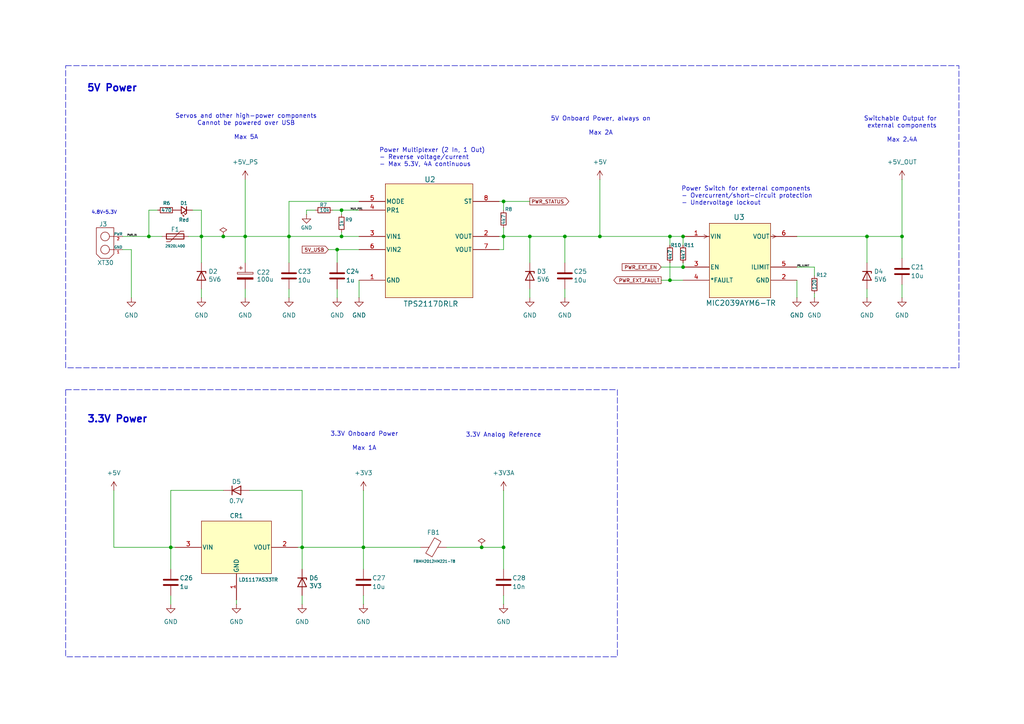
<source format=kicad_sch>
(kicad_sch (version 20231120) (generator "eeschema") (generator_version "8.0")
  (paper "A4")
  (title_block (title "LARS Hardware Interface") (date "2025-03-04") (rev "v1.0") (company "CAuDri e.V.") (comment 1 "Source: https://ohwr.org/cern_ohl_w_v2.txt") (comment 2 "A copy of the license is included in the LICENSE file.") (comment 3 "Redistribution and modifications must comply with CERN-OHL-W v2.") (comment 4 "This design is licensed under CERN Open Hardware Licence Version 2."))
  (lib_symbols
    (symbol "Device:FerriteBead" (pin_numbers hide) (pin_names (offset 0))
      (property "Reference" "FB" (at -3.81 0.635 90))
      (property "Value" "FerriteBead" (at 3.81 0 90))
      (symbol "FerriteBead_0_1"
        (polyline (pts (xy 0 -1.27) (xy 0 -1.2192)))
        (polyline (pts (xy 0 1.27) (xy 0 1.2954)))
        (polyline (pts (xy -2.7686 0.4064) (xy -1.7018 2.2606) (xy 2.7686 -0.3048) (xy 1.6764 -2.159) (xy -2.7686 0.4064)))
      )
      (symbol "FerriteBead_1_1"
        (pin passive line (at 0 3.81 270) (length 2.54) (name "~") (number "1"))
        (pin passive line (at 0 -3.81 90) (length 2.54) (name "~") (number "2"))
      )
    )
    (symbol "LARS_Hardware_Interface:C" (pin_numbers hide) (pin_names (offset 0.254))
      (property "Reference" "C" (at 0.635 2.54 0))
      (property "Value" "C" (at 0.635 -2.54 0))
      (symbol "C_0_1"
        (polyline (pts (xy -2.032 -0.762) (xy 2.032 -0.762)) (stroke (width 0.508)))
        (polyline (pts (xy -2.032 0.762) (xy 2.032 0.762)) (stroke (width 0.508)))
      )
      (symbol "C_1_1"
        (pin passive line (at 0 3.81 270) (length 2.794) (name "~") (number "1"))
        (pin passive line (at 0 -3.81 90) (length 2.794) (name "~") (number "2"))
      )
    )
    (symbol "LARS_Hardware_Interface:C_Polarized" (pin_numbers hide) (pin_names (offset 0.254))
      (property "Reference" "C" (at 0.635 2.54 0))
      (property "Value" "C_Polarized" (at 0.635 -2.54 0))
      (symbol "C_Polarized_0_1"
        (rectangle (start -2.286 0.508) (end 2.286 1.016))
        (polyline (pts (xy -1.778 2.286) (xy -0.762 2.286)))
        (polyline (pts (xy -1.27 2.794) (xy -1.27 1.778)))
        (rectangle (start 2.286 -0.508) (end -2.286 -1.016) (fill (type outline)))
      )
      (symbol "C_Polarized_1_1"
        (pin passive line (at 0 3.81 270) (length 2.794) (name "~") (number "1"))
        (pin passive line (at 0 -3.81 90) (length 2.794) (name "~") (number "2"))
      )
    )
    (symbol "LARS_Hardware_Interface:Connector XT30" (pin_names (offset 0))
      (property "Reference" "J" (at 0 7.874 0))
      (property "Value" "XT30" (at 0.254 -4.064 0))
      (symbol "Connector XT30_0_1"
        (polyline (pts (xy 2.54 0) (xy 1.27 0)))
        (polyline (pts (xy 2.54 3.81) (xy 1.27 3.81)))
        (polyline (pts (xy -2.54 -1.27) (xy -1.27 -2.54) (xy 1.27 -2.54) (xy 2.54 -1.27) (xy 2.54 6.35) (xy -2.54 6.35) (xy -2.54 -1.27)))
        (circle (center 0 0) (radius 1.27))
        (circle (center 0 3.81) (radius 1.27))
      )
      (symbol "Connector XT30_1_1"
        (pin power_out line (at 5.08 0 180) (length 2.54) (name "GND") (number "1"))
        (pin power_out line (at 5.08 3.81 180) (length 2.54) (name "PWR") (number "2"))
      )
    )
    (symbol "LARS_Hardware_Interface:D" (pin_numbers hide) (pin_names (offset 1.016) hide)
      (property "Reference" "D" (at 0 2.54 0))
      (property "Value" "D" (at 0 -2.54 0))
      (symbol "D_0_1"
        (polyline (pts (xy -1.27 1.27) (xy -1.27 -1.27)) (stroke (width 0.254)))
        (polyline (pts (xy 1.27 0) (xy -1.27 0)))
        (polyline (pts (xy 1.27 1.27) (xy 1.27 -1.27) (xy -1.27 0) (xy 1.27 1.27)) (stroke (width 0.254)))
      )
      (symbol "D_1_1"
        (pin passive line (at -3.81 0 0) (length 2.54) (name "K") (number "1"))
        (pin passive line (at 3.81 0 180) (length 2.54) (name "A") (number "2"))
      )
    )
    (symbol "LARS_Hardware_Interface:D_Zener" (pin_numbers hide) (pin_names (offset 1.016) hide)
      (property "Reference" "D" (at 0 2.54 0))
      (property "Value" "D_Zener" (at 0 -2.54 0))
      (symbol "D_Zener_0_1"
        (polyline (pts (xy 1.27 0) (xy -1.27 0)))
        (polyline (pts (xy -1.27 -1.27) (xy -1.27 1.27) (xy -0.762 1.27)) (stroke (width 0.254)))
        (polyline (pts (xy 1.27 -1.27) (xy 1.27 1.27) (xy -1.27 0) (xy 1.27 -1.27)) (stroke (width 0.254)))
      )
      (symbol "D_Zener_1_1"
        (pin passive line (at -3.81 0 0) (length 2.54) (name "K") (number "1"))
        (pin passive line (at 3.81 0 180) (length 2.54) (name "A") (number "2"))
      )
    )
    (symbol "LARS_Hardware_Interface:LD1117AS33TR" (pin_names (offset 0.254))
      (property "Reference" "CR" (at 0 11.684 0))
      (property "Value" "LD1117AS33TR" (at 0 9.144 0))
      (symbol "LD1117AS33TR_0_1"
        (pin power_in line (at -17.78 0 0) (length 7.62) (name "VIN") (number "3"))
      )
      (symbol "LD1117AS33TR_1_1"
        (rectangle (start -10.16 7.62) (end 10.16 -7.62) (fill (type background)))
        (pin power_in line (at 0 -15.24 90) (length 7.62) (name "GND") (number "1"))
        (pin power_out line (at 17.78 0 180) (length 7.62) (name "VOUT") (number "2"))
      )
    )
    (symbol "LARS_Hardware_Interface:LED_Small" (pin_numbers hide) (pin_names (offset 0.254) hide)
      (property "Reference" "D" (at -1.27 3.175 0))
      (property "Value" "LED_Small" (at -4.445 -2.54 0))
      (symbol "LED_Small_0_1"
        (polyline (pts (xy -0.762 -1.016) (xy -0.762 1.016)) (stroke (width 0.254)))
        (polyline (pts (xy 0.762 -1.016) (xy -0.762 0) (xy 0.762 1.016) (xy 0.762 -1.016)) (stroke (width 0.254)))
        (polyline (pts (xy 0 0.762) (xy -0.508 1.27) (xy -0.254 1.27) (xy -0.508 1.27) (xy -0.508 1.016)))
        (polyline (pts (xy 0.508 1.27) (xy 0 1.778) (xy 0.254 1.778) (xy 0 1.778) (xy 0 1.524)))
      )
      (symbol "LED_Small_1_1"
        (pin passive line (at -2.54 0 0) (length 1.778) (name "K") (number "1"))
        (pin passive line (at 2.54 0 180) (length 1.778) (name "A") (number "2"))
      )
    )
    (symbol "LARS_Hardware_Interface:MIC2039AYM6-TR" (pin_names (offset 0.254))
      (property "Reference" "U" (at 0 11.43 0))
      (property "Value" "MIC2039AYM6-TR" (at 0.254 -13.208 0))
      (symbol "MIC2039AYM6-TR_0_1"
        (polyline (pts (xy -9.4107 6.35) (xy -10.4521 5.8293)) (stroke (width 0.127)))
        (polyline (pts (xy -9.4107 6.35) (xy -10.4521 6.8707)) (stroke (width 0.127)))
        (polyline (pts (xy 9.4107 5.8293) (xy 10.4521 6.35)) (stroke (width 0.127)))
        (polyline (pts (xy 9.4107 6.8707) (xy 10.4521 6.35)) (stroke (width 0.127)))
        (pin power_in line (at 16.51 -6.35 180) (length 7.62) (name "GND") (number "2"))
        (pin input line (at -16.51 -2.54 0) (length 7.62) (name "EN") (number "3"))
        (pin output line (at -16.51 -6.35 0) (length 7.62) (name "*FAULT") (number "4"))
      )
      (symbol "MIC2039AYM6-TR_1_1"
        (rectangle (start -8.89 10.16) (end 8.89 -11.43) (fill (type background)))
        (pin power_in line (at -16.51 6.35 0) (length 7.62) (name "VIN") (number "1"))
        (pin passive line (at 16.51 -2.54 180) (length 7.62) (name "ILIMIT") (number "5"))
        (pin power_out line (at 16.51 6.35 180) (length 7.62) (name "VOUT") (number "6"))
      )
    )
    (symbol "LARS_Hardware_Interface:PTPS2117DRLR" (pin_names (offset 0.254))
      (property "Reference" "U" (at 20.32 10.16 0))
      (property "Value" "PTPS2117DRLR" (at 20.32 7.62 0))
      (symbol "PTPS2117DRLR_0_1"
        (pin input line (at 0 -2.54 0) (length 7.62) (name "PR1") (number "4"))
        (pin input line (at 0 0 0) (length 7.62) (name "MODE") (number "5"))
        (pin output line (at 40.64 0 180) (length 7.62) (name "ST") (number "8"))
      )
      (symbol "PTPS2117DRLR_1_1"
        (rectangle (start 7.62 5.08) (end 33.02 -27.94) (fill (type background)))
        (pin power_in line (at 0 -22.86 0) (length 7.62) (name "GND") (number "1"))
        (pin power_out line (at 40.64 -10.16 180) (length 7.62) (name "VOUT") (number "2"))
        (pin power_in line (at 0 -10.16 0) (length 7.62) (name "VIN1") (number "3"))
        (pin power_in line (at 0 -13.97 0) (length 7.62) (name "VIN2") (number "6"))
        (pin passive line (at 40.64 -13.97 180) (length 7.62) (name "VOUT") (number "7"))
      )
    )
    (symbol "LARS_Hardware_Interface:Polyfuse" (pin_numbers hide) (pin_names (offset 0))
      (property "Reference" "F" (at -2.54 0 90))
      (property "Value" "Polyfuse" (at 2.54 0 90))
      (symbol "Polyfuse_0_1"
        (rectangle (start -0.762 2.54) (end 0.762 -2.54) (stroke (width 0.254)))
        (polyline (pts (xy 0 2.54) (xy 0 -2.54)))
        (polyline (pts (xy -1.524 2.54) (xy -1.524 1.524) (xy 1.524 -1.524) (xy 1.524 -2.54)))
      )
      (symbol "Polyfuse_1_1"
        (pin passive line (at 0 3.81 270) (length 1.27) (name "~") (number "1"))
        (pin passive line (at 0 -3.81 90) (length 1.27) (name "~") (number "2"))
      )
    )
    (symbol "LARS_Hardware_Interface:R_Small" (pin_numbers hide) (pin_names (offset 0.254) hide)
      (property "Reference" "R" (at 0.762 0.508 0))
      (property "Value" "R_Small" (at 0.762 -1.016 0))
      (symbol "R_Small_0_1"
        (rectangle (start -0.762 1.778) (end 0.762 -1.778) (stroke (width 0.2032)))
      )
      (symbol "R_Small_1_1"
        (pin passive line (at 0 2.54 270) (length 0.762) (name "~") (number "1"))
        (pin passive line (at 0 -2.54 90) (length 0.762) (name "~") (number "2"))
      )
    )
    (symbol "power:+3.3VA" (power) (pin_numbers hide) (pin_names (offset 0) hide)
      (property "Value" "+3.3VA" (at 0 3.556 0))
      (symbol "+3.3VA_0_1"
        (polyline (pts (xy -0.762 1.27) (xy 0 2.54)))
        (polyline (pts (xy 0 0) (xy 0 2.54)))
        (polyline (pts (xy 0 2.54) (xy 0.762 1.27)))
      )
      (symbol "+3.3VA_1_1"
        (pin power_in line (at 0 0 90) (length 0) (name "~") (number "1"))
      )
    )
    (symbol "power:+5V" (power) (pin_numbers hide) (pin_names (offset 0) hide)
      (property "Value" "+5V" (at 0 3.556 0))
      (symbol "+5V_0_1"
        (polyline (pts (xy -0.762 1.27) (xy 0 2.54)))
        (polyline (pts (xy 0 0) (xy 0 2.54)))
        (polyline (pts (xy 0 2.54) (xy 0.762 1.27)))
      )
      (symbol "+5V_1_1"
        (pin power_in line (at 0 0 90) (length 0) (name "~") (number "1"))
      )
    )
    (symbol "power:GND" (power) (pin_numbers hide) (pin_names (offset 0) hide)
      (property "Value" "GND" (at 0 -3.81 0))
      (symbol "GND_0_1"
        (polyline (pts (xy 0 0) (xy 0 -1.27) (xy 1.27 -1.27) (xy 0 -2.54) (xy -1.27 -1.27) (xy 0 -1.27)))
      )
      (symbol "GND_1_1"
        (pin power_in line (at 0 0 270) (length 0) (name "~") (number "1"))
      )
    )
    (symbol "power:PWR_FLAG" (power) (pin_numbers hide) (pin_names (offset 0) hide)
      (property "Value" "PWR_FLAG" (at 0 3.81 0))
      (symbol "PWR_FLAG_0_0"
        (pin power_out line (at 0 0 90) (length 0) (name "~") (number "1"))
      )
      (symbol "PWR_FLAG_0_1"
        (polyline (pts (xy 0 0) (xy 0 1.27) (xy -1.016 1.905) (xy 0 2.54) (xy 1.016 1.905) (xy 0 1.27)))
      )
    )
    (symbol "power:VD" (power) (pin_numbers hide) (pin_names (offset 0) hide)
      (property "Value" "VD" (at 0 3.556 0))
      (symbol "VD_0_1"
        (polyline (pts (xy -0.762 1.27) (xy 0 2.54)))
        (polyline (pts (xy 0 0) (xy 0 2.54)))
        (polyline (pts (xy 0 2.54) (xy 0.762 1.27)))
      )
      (symbol "VD_1_1"
        (pin power_in line (at 0 0 90) (length 0) (name "~") (number "1"))
      )
    )
  )
  (junction (at 198.12 68.58))
  (junction (at 87.63 158.75))
  (junction (at 146.05 58.42))
  (junction (at 194.31 68.58))
  (junction (at 139.7 158.75))
  (junction (at 261.62 68.58))
  (junction (at 198.12 77.47))
  (junction (at 71.12 68.58))
  (junction (at 83.82 68.58))
  (junction (at 97.79 72.39))
  (junction (at 58.42 68.58))
  (junction (at 146.05 158.75))
  (junction (at 64.77 68.58))
  (junction (at 251.46 68.58))
  (junction (at 194.31 81.28))
  (junction (at 153.67 68.58))
  (junction (at 99.06 60.96))
  (junction (at 49.53 158.75))
  (junction (at 43.18 68.58))
  (junction (at 105.41 158.75))
  (junction (at 99.06 68.58))
  (junction (at 163.83 68.58))
  (junction (at 173.99 68.58))
  (junction (at 146.05 68.58))
  (wire (pts (xy 236.22 86.36) (xy 236.22 85.09)))
  (wire (pts (xy 71.12 68.58) (xy 71.12 76.2)))
  (wire (pts (xy 261.62 68.58) (xy 261.62 74.93)))
  (wire (pts (xy 104.14 81.28) (xy 104.14 86.36)))
  (wire (pts (xy 251.46 68.58) (xy 261.62 68.58)))
  (wire (pts (xy 99.06 67.31) (xy 99.06 68.58)))
  (wire (pts (xy 49.53 158.75) (xy 50.8 158.75)))
  (wire (pts (xy 71.12 52.07) (xy 71.12 68.58)))
  (wire (pts (xy 97.79 83.82) (xy 97.79 86.36)))
  (wire (pts (xy 97.79 72.39) (xy 104.14 72.39)))
  (wire (pts (xy 38.1 86.36) (xy 38.1 72.39)))
  (wire (pts (xy 43.18 60.96) (xy 45.72 60.96)))
  (wire (pts (xy 72.39 142.24) (xy 87.63 142.24)))
  (wire (pts (xy 35.56 72.39) (xy 38.1 72.39)))
  (wire (pts (xy 49.53 142.24) (xy 64.77 142.24)))
  (wire (pts (xy 87.63 158.75) (xy 105.41 158.75)))
  (wire (pts (xy 105.41 165.1) (xy 105.41 158.75)))
  (wire (pts (xy 198.12 77.47) (xy 198.12 76.2)))
  (wire (pts (xy 153.67 68.58) (xy 163.83 68.58)))
  (wire (pts (xy 191.77 77.47) (xy 198.12 77.47)))
  (wire (pts (xy 99.06 62.23) (xy 99.06 60.96)))
  (wire (pts (xy 105.41 142.24) (xy 105.41 158.75)))
  (wire (pts (xy 83.82 58.42) (xy 104.14 58.42)))
  (wire (pts (xy 97.79 72.39) (xy 97.79 76.2)))
  (wire (pts (xy 55.88 60.96) (xy 58.42 60.96)))
  (wire (pts (xy 191.77 81.28) (xy 194.31 81.28)))
  (wire (pts (xy 139.7 158.75) (xy 146.05 158.75)))
  (wire (pts (xy 173.99 68.58) (xy 194.31 68.58)))
  (wire (pts (xy 153.67 83.82) (xy 153.67 86.36)))
  (wire (pts (xy 35.56 68.58) (xy 43.18 68.58)))
  (wire (pts (xy 146.05 68.58) (xy 153.67 68.58)))
  (wire (pts (xy 88.9 60.96) (xy 91.44 60.96)))
  (wire (pts (xy 64.77 68.58) (xy 71.12 68.58)))
  (wire (pts (xy 71.12 83.82) (xy 71.12 86.36)))
  (wire (pts (xy 43.18 68.58) (xy 46.99 68.58)))
  (wire (pts (xy 99.06 60.96) (xy 104.14 60.96)))
  (wire (pts (xy 83.82 83.82) (xy 83.82 86.36)))
  (wire (pts (xy 146.05 158.75) (xy 146.05 165.1)))
  (wire (pts (xy 163.83 83.82) (xy 163.83 86.36)))
  (wire (pts (xy 105.41 158.75) (xy 121.92 158.75)))
  (wire (pts (xy 58.42 83.82) (xy 58.42 86.36)))
  (wire (pts (xy 231.14 81.28) (xy 231.14 86.36)))
  (wire (pts (xy 146.05 58.42) (xy 153.67 58.42)))
  (wire (pts (xy 194.31 68.58) (xy 194.31 71.12)))
  (wire (pts (xy 83.82 68.58) (xy 99.06 68.58)))
  (wire (pts (xy 163.83 68.58) (xy 163.83 76.2)))
  (wire (pts (xy 49.53 142.24) (xy 49.53 158.75)))
  (wire (pts (xy 146.05 172.72) (xy 146.05 175.26)))
  (wire (pts (xy 146.05 68.58) (xy 146.05 72.39)))
  (wire (pts (xy 236.22 77.47) (xy 231.14 77.47)))
  (wire (pts (xy 58.42 60.96) (xy 58.42 68.58)))
  (wire (pts (xy 88.9 60.96) (xy 88.9 62.23)))
  (wire (pts (xy 83.82 68.58) (xy 83.82 76.2)))
  (wire (pts (xy 251.46 68.58) (xy 251.46 76.2)))
  (wire (pts (xy 236.22 77.47) (xy 236.22 80.01)))
  (wire (pts (xy 105.41 172.72) (xy 105.41 175.26)))
  (wire (pts (xy 153.67 68.58) (xy 153.67 76.2)))
  (wire (pts (xy 144.78 58.42) (xy 146.05 58.42)))
  (wire (pts (xy 68.58 175.26) (xy 68.58 173.99)))
  (wire (pts (xy 231.14 68.58) (xy 251.46 68.58)))
  (wire (pts (xy 261.62 52.07) (xy 261.62 68.58)))
  (wire (pts (xy 99.06 68.58) (xy 104.14 68.58)))
  (wire (pts (xy 163.83 68.58) (xy 173.99 68.58)))
  (wire (pts (xy 194.31 81.28) (xy 198.12 81.28)))
  (wire (pts (xy 95.25 72.39) (xy 97.79 72.39)))
  (wire (pts (xy 87.63 172.72) (xy 87.63 175.26)))
  (wire (pts (xy 33.02 158.75) (xy 49.53 158.75)))
  (wire (pts (xy 33.02 158.75) (xy 33.02 142.24)))
  (wire (pts (xy 146.05 58.42) (xy 146.05 60.96)))
  (wire (pts (xy 58.42 68.58) (xy 64.77 68.58)))
  (wire (pts (xy 194.31 76.2) (xy 194.31 81.28)))
  (wire (pts (xy 261.62 82.55) (xy 261.62 86.36)))
  (wire (pts (xy 87.63 142.24) (xy 87.63 158.75)))
  (wire (pts (xy 49.53 158.75) (xy 49.53 165.1)))
  (wire (pts (xy 146.05 68.58) (xy 146.05 66.04)))
  (wire (pts (xy 71.12 68.58) (xy 83.82 68.58)))
  (wire (pts (xy 146.05 142.24) (xy 146.05 158.75)))
  (wire (pts (xy 144.78 68.58) (xy 146.05 68.58)))
  (wire (pts (xy 129.54 158.75) (xy 139.7 158.75)))
  (wire (pts (xy 54.61 68.58) (xy 58.42 68.58)))
  (wire (pts (xy 58.42 68.58) (xy 58.42 76.2)))
  (wire (pts (xy 173.99 52.07) (xy 173.99 68.58)))
  (wire (pts (xy 198.12 68.58) (xy 198.12 71.12)))
  (wire (pts (xy 43.18 60.96) (xy 43.18 68.58)))
  (wire (pts (xy 144.78 72.39) (xy 146.05 72.39)))
  (wire (pts (xy 83.82 58.42) (xy 83.82 68.58)))
  (wire (pts (xy 251.46 83.82) (xy 251.46 86.36)))
  (wire (pts (xy 198.12 68.58) (xy 194.31 68.58)))
  (wire (pts (xy 49.53 172.72) (xy 49.53 175.26)))
  (wire (pts (xy 87.63 158.75) (xy 87.63 165.1)))
  (wire (pts (xy 96.52 60.96) (xy 99.06 60.96)))
  (wire (pts (xy 87.63 158.75) (xy 86.36 158.75)))
  (rectangle (start 19.05 19.05) (end 278.13 106.68) (stroke (width 0) (type dash)))
  (rectangle (start 19.05 113.03) (end 179.07 190.5) (stroke (width 0) (type dash)))
  (text "5V Power\n" (at 32.512 25.654 0) (effects (font (size 2.032 2.032) (thickness 0.4064) (bold yes))))
  (text "5V Onboard Power, always on\n\nMax 2A" (at 174.244 36.576 0) (effects (font (size 1.27 1.27))))
  (text "Power Multiplexer (2 In, 1 Out)\n- Reverse voltage/current\n- Max 5.3V, 4A continuous" (at 109.982 45.72 0) (effects (font (size 1.27 1.27)) (justify left)))
  (text "4.8V~5.3V" (at 30.226 61.722 0) (effects (font (size 1.016 1.016))))
  (text "3.3V Power\n" (at 34.036 121.666 0) (effects (font (size 2.032 2.032) (thickness 0.4064) (bold yes))))
  (text "3.3V Onboard Power\n\nMax 1A" (at 105.664 128.016 0) (effects (font (size 1.27 1.27))))
  (text "Switchable Output for \nexternal components\n\nMax 2.4A" (at 261.62 37.592 0) (effects (font (size 1.27 1.27))))
  (text "Power Switch for external components\n- Overcurrent/short-circuit protection\n- Undervoltage lockout\n" (at 197.612 56.896 0) (effects (font (size 1.27 1.27)) (justify left)))
  (text "Servos and other high-power components\nCannot be powered over USB\n\nMax 5A" (at 71.374 36.83 0) (effects (font (size 1.27 1.27))))
  (text "3.3V Analog Reference" (at 146.05 126.238 0) (effects (font (size 1.27 1.27))))
  (label "MUX_PR1" (at 101.6 60.96 0) (effects (font (size 0.508 0.508))))
  (label "PWR_IN" (at 36.83 68.58 0) (effects (font (size 0.508 0.508))))
  (label "PS_ILIMIT" (at 231.14 77.47 0) (effects (font (size 0.508 0.508))))
  (global_label "PWR_STATUS" (shape output) (at 153.67 58.42 0) (effects (font (size 1.016 1.016))) (property "Intersheetrefs" "${INTERSHEET_REFS}" (effects (hide yes))))
  (global_label "PWR_EXT_EN" (shape input) (at 191.77 77.47 180) (effects (font (size 1.016 1.016))) (property "Intersheetrefs" "${INTERSHEET_REFS}" (effects (hide yes))))
  (global_label "5V_USB" (shape input) (at 95.25 72.39 180) (effects (font (size 1.016 1.016))) (property "Intersheetrefs" "${INTERSHEET_REFS}" (effects (hide yes))))
  (global_label "PWR_EXT_FAULT" (shape output) (at 191.77 81.28 180) (effects (font (size 1.016 1.016))) (property "Intersheetrefs" "${INTERSHEET_REFS}" (effects (hide yes))))
  (symbol (lib_id "power:GND") (at 251.46 86.36 0) (unit 1)
    (property "Reference" "#PWR037" (effects (hide yes)))
    (property "Value" "GND" (at 251.46 91.44 0))
    (property "Description" "Power symbol creates a global label with name \"GND\" , ground" (effects (hide yes)))
  )
  (symbol (lib_id "power:GND") (at 146.05 175.26 0) (unit 1)
    (property "Reference" "#PWR046" (effects (hide yes)))
    (property "Value" "GND" (at 146.05 180.34 0))
    (property "Description" "Power symbol creates a global label with name \"GND\" , ground" (effects (hide yes)))
  )
  (symbol (lib_id "LARS_Hardware_Interface:D_Zener") (at 251.46 80.01 270) (unit 1)
    (property "Reference" "D4" (at 253.492 78.74 90) (effects (justify left)))
    (property "Value" "5V6" (at 253.492 81.026 90) (effects (justify left)))
    (property "Footprint" "LARS_Hardware_Interface:Z1SMA5.6" (effects (hide yes)))
    (property "Description" "Zener diode" (effects (hide yes)))
  )
  (symbol (lib_id "power:GND") (at 87.63 175.26 0) (unit 1)
    (property "Reference" "#PWR044" (effects (hide yes)))
    (property "Value" "GND" (at 87.63 180.34 0))
    (property "Description" "Power symbol creates a global label with name \"GND\" , ground" (effects (hide yes)))
  )
  (symbol (lib_id "Device:FerriteBead") (at 125.73 158.75 90) (unit 1)
    (property "Reference" "FB1" (at 125.73 154.432 90))
    (property "Value" "FBMH2012HM221-T8" (at 125.984 162.814 90) (effects (font (size 0.762 0.762))))
    (property "Footprint" "LARS_Hardware_Interface:L_0805_2012Metric" (effects (hide yes)))
    (property "Description" "Ferrite bead" (effects (hide yes)))
  )
  (symbol (lib_id "LARS_Hardware_Interface:D_Zener") (at 153.67 80.01 270) (unit 1)
    (property "Reference" "D3" (at 155.702 78.74 90) (effects (justify left)))
    (property "Value" "5V6" (at 155.702 81.026 90) (effects (justify left)))
    (property "Footprint" "LARS_Hardware_Interface:Z1SMA5.6" (effects (hide yes)))
    (property "Description" "Zener diode" (effects (hide yes)))
  )
  (symbol (lib_id "power:GND") (at 83.82 86.36 0) (unit 1)
    (property "Reference" "#PWR030" (effects (hide yes)))
    (property "Value" "GND" (at 83.82 91.44 0))
    (property "Description" "Power symbol creates a global label with name \"GND\" , ground" (effects (hide yes)))
  )
  (symbol (lib_id "LARS_Hardware_Interface:R_Small") (at 48.26 60.96 270) (unit 1)
    (property "Reference" "R6" (at 47.244 58.928 90) (effects (font (size 1.016 1.016)) (justify left)))
    (property "Value" "470" (at 46.736 60.96 90) (effects (font (size 1.016 1.016)) (justify left)))
    (property "Footprint" "LARS_Hardware_Interface:R_0805_2012Metric" (effects (hide yes)))
    (property "Description" "Resistor, small symbol" (effects (hide yes)))
  )
  (symbol (lib_id "LARS_Hardware_Interface:C_Polarized") (at 71.12 80.01 0) (unit 1)
    (property "Reference" "C22" (at 74.422 78.994 0) (effects (justify left)))
    (property "Value" "100u" (at 74.422 81.026 0) (effects (justify left)))
    (property "Footprint" "LARS_Hardware_Interface:860020372006" (effects (hide yes)))
    (property "Description" "Polarized capacitor" (effects (hide yes)))
  )
  (symbol (lib_id "power:GND") (at 38.1 86.36 0) (unit 1)
    (property "Reference" "#PWR027" (effects (hide yes)))
    (property "Value" "GND" (at 38.1 91.44 0))
    (property "Description" "Power symbol creates a global label with name \"GND\" , ground" (effects (hide yes)))
  )
  (symbol (lib_id "power:GND") (at 97.79 86.36 0) (unit 1)
    (property "Reference" "#PWR031" (effects (hide yes)))
    (property "Value" "GND" (at 97.79 91.44 0))
    (property "Description" "Power symbol creates a global label with name \"GND\" , ground" (effects (hide yes)))
  )
  (symbol (lib_id "LARS_Hardware_Interface:R_Small") (at 93.98 60.96 270) (unit 1)
    (property "Reference" "R7" (at 92.71 59.436 90) (effects (font (size 1.016 1.016)) (justify left)))
    (property "Value" "10k" (at 92.71 60.96 90) (effects (font (size 1.016 1.016)) (justify left)))
    (property "Footprint" "LARS_Hardware_Interface:R_0805_2012Metric" (effects (hide yes)))
    (property "Description" "Resistor, small symbol" (effects (hide yes)))
  )
  (symbol (lib_id "power:GND") (at 231.14 86.36 0) (unit 1)
    (property "Reference" "#PWR035" (effects (hide yes)))
    (property "Value" "GND" (at 231.14 91.44 0))
    (property "Description" "Power symbol creates a global label with name \"GND\" , ground" (effects (hide yes)))
  )
  (symbol (lib_id "power:GND") (at 49.53 175.26 0) (unit 1)
    (property "Reference" "#PWR042" (effects (hide yes)))
    (property "Value" "GND" (at 49.53 180.34 0))
    (property "Description" "Power symbol creates a global label with name \"GND\" , ground" (effects (hide yes)))
  )
  (symbol (lib_id "power:GND") (at 88.9 62.23 0) (unit 1)
    (property "Reference" "#PWR026" (effects (hide yes)))
    (property "Value" "GND" (at 88.9 66.04 0) (effects (font (size 1.016 1.016))))
    (property "Description" "Power symbol creates a global label with name \"GND\" , ground" (effects (hide yes)))
  )
  (symbol (lib_id "power:+3.3VA") (at 146.05 142.24 0) (unit 1)
    (property "Reference" "#PWR041" (effects (hide yes)))
    (property "Value" "+3V3A" (at 146.05 137.16 0))
    (property "Description" "Power symbol creates a global label with name \"+3.3VA\"" (effects (hide yes)))
  )
  (symbol (lib_id "LARS_Hardware_Interface:C") (at 49.53 168.91 0) (unit 1)
    (property "Reference" "C26" (at 52.07 167.64 0) (effects (justify left)))
    (property "Value" "1u" (at 52.07 170.18 0) (effects (justify left)))
    (property "Footprint" "LARS_Hardware_Interface:C_0805_2012Metric" (effects (hide yes)))
    (property "Description" "Unpolarized capacitor" (effects (hide yes)))
  )
  (symbol (lib_id "LARS_Hardware_Interface:C") (at 163.83 80.01 0) (unit 1)
    (property "Reference" "C25" (at 166.37 78.74 0) (effects (justify left)))
    (property "Value" "10u" (at 166.37 81.28 0) (effects (justify left)))
    (property "Footprint" "LARS_Hardware_Interface:C_0805_2012Metric" (effects (hide yes)))
    (property "Description" "Unpolarized capacitor" (effects (hide yes)))
  )
  (symbol (lib_id "LARS_Hardware_Interface:Connector XT30") (at 30.48 72.39 0) (unit 1)
    (property "Reference" "J3" (at 28.702 65.024 0) (effects (justify left)))
    (property "Value" "XT30" (at 28.194 76.2 0) (effects (justify left)))
    (property "Footprint" "LARS_Hardware_Interface:XT30UPB-M" (effects (hide yes)))
    (property "Description" "AMASS XT30 Male Header, vertical" (effects (hide yes)))
  )
  (symbol (lib_id "LARS_Hardware_Interface:MIC2039AYM6-TR") (at 214.63 74.93 0) (unit 1)
    (property "Reference" "U3" (at 214.376 62.992 0) (effects (font (size 1.524 1.524))))
    (property "Value" "MIC2039AYM6-TR" (at 214.884 87.884 0) (effects (font (size 1.524 1.524))))
    (property "Footprint" "LARS_Hardware_Interface:MIC2039AYM6-TR" (effects (hide yes)))
    (property "Datasheet" "MIC2039AYM6-TR" (effects (hide yes)))
    (property "Description" "5.5V High-Side Power Switch, Adjustable Current-Limit" (effects (hide yes)))
  )
  (symbol (lib_id "power:PWR_FLAG") (at 64.77 68.58 0) (unit 1)
    (property "Reference" "#FLG01" (effects (hide yes)))
    (property "Value" "PWR_FLAG" (effects (hide yes)))
    (property "Description" "Special symbol for telling ERC where power comes from" (effects (hide yes)))
  )
  (symbol (lib_id "LARS_Hardware_Interface:R_Small") (at 146.05 63.5 180) (unit 1)
    (property "Reference" "R8" (at 148.59 60.706 0) (effects (font (size 1.016 1.016)) (justify left)))
    (property "Value" "4k7" (at 146.05 62.23 90) (effects (font (size 1.016 1.016)) (justify left)))
    (property "Footprint" "LARS_Hardware_Interface:R_0805_2012Metric" (effects (hide yes)))
    (property "Description" "Resistor, small symbol" (effects (hide yes)))
  )
  (symbol (lib_id "power:GND") (at 163.83 86.36 0) (unit 1)
    (property "Reference" "#PWR034" (effects (hide yes)))
    (property "Value" "GND" (at 163.83 91.44 0))
    (property "Description" "Power symbol creates a global label with name \"GND\" , ground" (effects (hide yes)))
  )
  (symbol (lib_id "LARS_Hardware_Interface:D_Zener") (at 58.42 80.01 270) (unit 1)
    (property "Reference" "D2" (at 60.452 78.74 90) (effects (justify left)))
    (property "Value" "5V6" (at 60.452 81.026 90) (effects (justify left)))
    (property "Footprint" "LARS_Hardware_Interface:Z1SMA5.6" (effects (hide yes)))
    (property "Description" "Zener diode" (effects (hide yes)))
  )
  (symbol (lib_id "LARS_Hardware_Interface:LED_Small") (at 53.34 60.96 180) (unit 1)
    (property "Reference" "D1" (at 53.34 58.928 0) (effects (font (size 1.016 1.016))))
    (property "Value" "Red" (at 53.34 63.754 0) (effects (font (size 1.016 1.016))))
    (property "Footprint" "LARS_Hardware_Interface:LED_0603_1608Metric_Red" (effects (hide yes)))
    (property "Description" "Light emitting diode, small symbol" (effects (hide yes)))
  )
  (symbol (lib_id "power:GND") (at 104.14 86.36 0) (unit 1)
    (property "Reference" "#PWR032" (effects (hide yes)))
    (property "Value" "GND" (at 104.14 91.44 0))
    (property "Description" "Power symbol creates a global label with name \"GND\" , ground" (effects (hide yes)))
  )
  (symbol (lib_id "LARS_Hardware_Interface:R_Small") (at 198.12 73.66 180) (unit 1)
    (property "Reference" "R11" (at 201.422 71.12 0) (effects (font (size 1.016 1.016)) (justify left)))
    (property "Value" "4k7" (at 198.12 72.39 90) (effects (font (size 1.016 1.016)) (justify left)))
    (property "Footprint" "LARS_Hardware_Interface:R_0805_2012Metric" (effects (hide yes)))
    (property "Description" "Resistor, small symbol" (effects (hide yes)))
  )
  (symbol (lib_id "power:GND") (at 105.41 175.26 0) (unit 1)
    (property "Reference" "#PWR045" (effects (hide yes)))
    (property "Value" "GND" (at 105.41 180.34 0))
    (property "Description" "Power symbol creates a global label with name \"GND\" , ground" (effects (hide yes)))
  )
  (symbol (lib_id "power:GND") (at 153.67 86.36 0) (unit 1)
    (property "Reference" "#PWR033" (effects (hide yes)))
    (property "Value" "GND" (at 153.67 91.44 0))
    (property "Description" "Power symbol creates a global label with name \"GND\" , ground" (effects (hide yes)))
  )
  (symbol (lib_id "power:GND") (at 71.12 86.36 0) (unit 1)
    (property "Reference" "#PWR029" (effects (hide yes)))
    (property "Value" "GND" (at 71.12 91.44 0))
    (property "Description" "Power symbol creates a global label with name \"GND\" , ground" (effects (hide yes)))
  )
  (symbol (lib_id "LARS_Hardware_Interface:PTPS2117DRLR") (at 104.14 58.42 0) (unit 1)
    (property "Reference" "U2" (at 124.714 52.07 0) (effects (font (size 1.524 1.524))))
    (property "Value" "TPS2117DRLR" (at 124.968 88.138 0) (effects (font (size 1.524 1.524))))
    (property "Footprint" "LARS_Hardware_Interface:PTPS2117DRLR" (effects (hide yes)))
    (property "Datasheet" "PTPS2117DRLR" (effects (hide yes)))
    (property "Description" "TPS2117 Power Multiplexer, 5.5V, 4A" (effects (hide yes)))
  )
  (symbol (lib_id "power:+5V") (at 33.02 142.24 0) (unit 1)
    (property "Reference" "#PWR039" (effects (hide yes)))
    (property "Value" "+5V" (at 33.02 137.16 0))
    (property "Description" "Power symbol creates a global label with name \"+5V\"" (effects (hide yes)))
  )
  (symbol (lib_id "LARS_Hardware_Interface:D") (at 68.58 142.24 0) (unit 1)
    (property "Reference" "D5" (at 68.58 139.7 0))
    (property "Value" "0.7V" (at 68.58 145.288 0))
    (property "Footprint" "LARS_Hardware_Interface:D_0805_2012Metric" (effects (hide yes)))
    (property "Description" "Diode" (effects (hide yes)))
    (property "Sim.Device" "D" (effects (hide yes)))
    (property "Sim.Pins" "1=K 2=A" (effects (hide yes)))
  )
  (symbol (lib_id "power:PWR_FLAG") (at 139.7 158.75 0) (unit 1)
    (property "Reference" "#FLG02" (effects (hide yes)))
    (property "Value" "PWR_FLAG" (effects (hide yes)))
    (property "Description" "Special symbol for telling ERC where power comes from" (effects (hide yes)))
  )
  (symbol (lib_id "LARS_Hardware_Interface:C") (at 83.82 80.01 0) (unit 1)
    (property "Reference" "C23" (at 86.36 78.74 0) (effects (justify left)))
    (property "Value" "10u" (at 86.36 81.28 0) (effects (justify left)))
    (property "Footprint" "LARS_Hardware_Interface:C_0805_2012Metric" (effects (hide yes)))
    (property "Description" "Unpolarized capacitor" (effects (hide yes)))
  )
  (symbol (lib_id "LARS_Hardware_Interface:C") (at 146.05 168.91 0) (unit 1)
    (property "Reference" "C28" (at 148.59 167.64 0) (effects (justify left)))
    (property "Value" "10n" (at 148.59 170.18 0) (effects (justify left)))
    (property "Footprint" "LARS_Hardware_Interface:C_0805_2012Metric" (effects (hide yes)))
    (property "Description" "Unpolarized capacitor" (effects (hide yes)))
  )
  (symbol (lib_id "power:+5V") (at 105.41 142.24 0) (unit 1)
    (property "Reference" "#PWR040" (effects (hide yes)))
    (property "Value" "+3V3" (at 105.41 137.16 0))
    (property "Description" "Power symbol creates a global label with name \"+5V\"" (effects (hide yes)))
  )
  (symbol (lib_id "LARS_Hardware_Interface:C") (at 105.41 168.91 0) (unit 1)
    (property "Reference" "C27" (at 107.95 167.64 0) (effects (justify left)))
    (property "Value" "10u" (at 107.95 170.18 0) (effects (justify left)))
    (property "Footprint" "LARS_Hardware_Interface:C_0805_2012Metric" (effects (hide yes)))
    (property "Description" "Unpolarized capacitor" (effects (hide yes)))
  )
  (symbol (lib_id "LARS_Hardware_Interface:C") (at 261.62 78.74 0) (unit 1)
    (property "Reference" "C21" (at 264.16 77.47 0) (effects (justify left)))
    (property "Value" "10u" (at 264.16 80.01 0) (effects (justify left)))
    (property "Footprint" "LARS_Hardware_Interface:C_0805_2012Metric" (effects (hide yes)))
    (property "Description" "Unpolarized capacitor" (effects (hide yes)))
  )
  (symbol (lib_id "power:GND") (at 68.58 175.26 0) (unit 1)
    (property "Reference" "#PWR043" (effects (hide yes)))
    (property "Value" "GND" (at 68.58 180.34 0))
    (property "Description" "Power symbol creates a global label with name \"GND\" , ground" (effects (hide yes)))
  )
  (symbol (lib_id "power:+5V") (at 261.62 52.07 0) (unit 1)
    (property "Reference" "#PWR025" (effects (hide yes)))
    (property "Value" "+5V_OUT" (at 261.62 46.99 0))
    (property "Description" "Power symbol creates a global label with name \"+5V\"" (effects (hide yes)))
  )
  (symbol (lib_id "LARS_Hardware_Interface:C") (at 97.79 80.01 0) (unit 1)
    (property "Reference" "C24" (at 100.33 78.74 0) (effects (justify left)))
    (property "Value" "1u" (at 100.33 81.28 0) (effects (justify left)))
    (property "Footprint" "LARS_Hardware_Interface:C_0805_2012Metric" (effects (hide yes)))
    (property "Description" "Unpolarized capacitor" (effects (hide yes)))
  )
  (symbol (lib_id "power:+5V") (at 173.99 52.07 0) (unit 1)
    (property "Reference" "#PWR024" (effects (hide yes)))
    (property "Value" "+5V" (at 173.99 46.99 0))
    (property "Description" "Power symbol creates a global label with name \"+5V\"" (effects (hide yes)))
  )
  (symbol (lib_id "LARS_Hardware_Interface:R_Small") (at 236.22 82.55 0) (unit 1)
    (property "Reference" "R12" (at 236.728 79.756 0) (effects (font (size 1.016 1.016)) (justify left)))
    (property "Value" "120" (at 236.22 84.074 90) (effects (font (size 1.016 1.016)) (justify left)))
    (property "Footprint" "LARS_Hardware_Interface:R_0805_2012Metric" (effects (hide yes)))
    (property "Description" "Resistor, small symbol" (effects (hide yes)))
  )
  (symbol (lib_id "power:GND") (at 261.62 86.36 0) (unit 1)
    (property "Reference" "#PWR038" (effects (hide yes)))
    (property "Value" "GND" (at 261.62 91.44 0))
    (property "Description" "Power symbol creates a global label with name \"GND\" , ground" (effects (hide yes)))
  )
  (symbol (lib_id "LARS_Hardware_Interface:R_Small") (at 194.31 73.66 180) (unit 1)
    (property "Reference" "R10" (at 197.612 71.12 0) (effects (font (size 1.016 1.016)) (justify left)))
    (property "Value" "4k7" (at 194.31 72.39 90) (effects (font (size 1.016 1.016)) (justify left)))
    (property "Footprint" "LARS_Hardware_Interface:R_0805_2012Metric" (effects (hide yes)))
    (property "Description" "Resistor, small symbol" (effects (hide yes)))
  )
  (symbol (lib_id "power:VD") (at 71.12 52.07 0) (unit 1)
    (property "Reference" "#PWR023" (effects (hide yes)))
    (property "Value" "+5V_PS" (at 71.12 46.99 0))
    (property "Description" "Power symbol creates a global label with name \"VD\"" (effects (hide yes)))
  )
  (symbol (lib_id "power:GND") (at 236.22 86.36 0) (unit 1)
    (property "Reference" "#PWR036" (effects (hide yes)))
    (property "Value" "GND" (at 236.22 91.44 0))
    (property "Description" "Power symbol creates a global label with name \"GND\" , ground" (effects (hide yes)))
  )
  (symbol (lib_id "LARS_Hardware_Interface:LD1117AS33TR") (at 68.58 158.75 0) (unit 1)
    (property "Reference" "CR1" (at 68.58 149.606 0))
    (property "Value" "LD1117AS33TR" (at 74.93 168.148 0) (effects (font (size 1.016 1.016))))
    (property "Footprint" "LARS_Hardware_Interface:LD1117AS33TR" (effects (hide yes)))
    (property "Datasheet" "LD1117AS33TR" (effects (hide yes)))
    (property "Description" "Low-Drop Voltage Regulator 3.3V, 1A" (effects (hide yes)))
  )
  (symbol (lib_id "LARS_Hardware_Interface:R_Small") (at 99.06 64.77 0) (unit 1)
    (property "Reference" "R9" (at 100.076 63.754 0) (effects (font (size 1.016 1.016)) (justify left)))
    (property "Value" "1k" (at 99.06 65.786 90) (effects (font (size 1.016 1.016)) (justify left)))
    (property "Footprint" "LARS_Hardware_Interface:R_0805_2012Metric" (effects (hide yes)))
    (property "Description" "Resistor, small symbol" (effects (hide yes)))
  )
  (symbol (lib_id "LARS_Hardware_Interface:D_Zener") (at 87.63 168.91 270) (unit 1)
    (property "Reference" "D6" (at 89.662 167.64 90) (effects (justify left)))
    (property "Value" "3V3" (at 89.662 169.926 90) (effects (justify left)))
    (property "Footprint" "LARS_Hardware_Interface:BZT52C3V3" (effects (hide yes)))
    (property "Description" "Zener diode" (effects (hide yes)))
  )
  (symbol (lib_id "power:GND") (at 58.42 86.36 0) (unit 1)
    (property "Reference" "#PWR028" (effects (hide yes)))
    (property "Value" "GND" (at 58.42 91.44 0))
    (property "Description" "Power symbol creates a global label with name \"GND\" , ground" (effects (hide yes)))
  )
  (symbol (lib_id "LARS_Hardware_Interface:Polyfuse") (at 50.8 68.58 90) (unit 1)
    (property "Reference" "F1" (at 50.8 66.548 90))
    (property "Value" "2920L400" (at 50.8 71.374 90) (effects (font (size 0.762 0.762))))
    (property "Footprint" "LARS_Hardware_Interface:2920L400_15MR" (effects (hide yes)))
    (property "Description" "2920L400/15MR Resettable Fuse, 4A Hold-, 8A Trip Current" (effects (hide yes)))
  )
)
</source>
